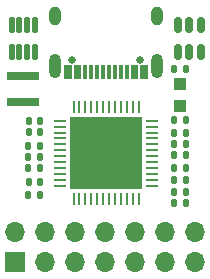
<source format=gbr>
%TF.GenerationSoftware,KiCad,Pcbnew,(6.0.0)*%
%TF.CreationDate,2022-03-30T08:27:14+08:00*%
%TF.ProjectId,USB2_Jtag_Bridge,55534232-5f4a-4746-9167-5f4272696467,rev?*%
%TF.SameCoordinates,Original*%
%TF.FileFunction,Soldermask,Top*%
%TF.FilePolarity,Negative*%
%FSLAX46Y46*%
G04 Gerber Fmt 4.6, Leading zero omitted, Abs format (unit mm)*
G04 Created by KiCad (PCBNEW (6.0.0)) date 2022-03-30 08:27:14*
%MOMM*%
%LPD*%
G01*
G04 APERTURE LIST*
G04 Aperture macros list*
%AMRoundRect*
0 Rectangle with rounded corners*
0 $1 Rounding radius*
0 $2 $3 $4 $5 $6 $7 $8 $9 X,Y pos of 4 corners*
0 Add a 4 corners polygon primitive as box body*
4,1,4,$2,$3,$4,$5,$6,$7,$8,$9,$2,$3,0*
0 Add four circle primitives for the rounded corners*
1,1,$1+$1,$2,$3*
1,1,$1+$1,$4,$5*
1,1,$1+$1,$6,$7*
1,1,$1+$1,$8,$9*
0 Add four rect primitives between the rounded corners*
20,1,$1+$1,$2,$3,$4,$5,0*
20,1,$1+$1,$4,$5,$6,$7,0*
20,1,$1+$1,$6,$7,$8,$9,0*
20,1,$1+$1,$8,$9,$2,$3,0*%
G04 Aperture macros list end*
%ADD10RoundRect,0.140000X-0.140000X-0.170000X0.140000X-0.170000X0.140000X0.170000X-0.140000X0.170000X0*%
%ADD11RoundRect,0.135000X0.135000X0.185000X-0.135000X0.185000X-0.135000X-0.185000X0.135000X-0.185000X0*%
%ADD12C,0.650000*%
%ADD13R,0.300000X1.150000*%
%ADD14O,1.000000X2.100000*%
%ADD15O,1.000000X1.600000*%
%ADD16RoundRect,0.140000X0.140000X0.170000X-0.140000X0.170000X-0.140000X-0.170000X0.140000X-0.170000X0*%
%ADD17R,2.700000X0.800000*%
%ADD18R,1.100000X1.050000*%
%ADD19R,1.700000X1.700000*%
%ADD20O,1.700000X1.700000*%
%ADD21RoundRect,0.147500X0.147500X0.172500X-0.147500X0.172500X-0.147500X-0.172500X0.147500X-0.172500X0*%
%ADD22RoundRect,0.135000X-0.135000X-0.185000X0.135000X-0.185000X0.135000X0.185000X-0.135000X0.185000X0*%
%ADD23RoundRect,0.150000X-0.150000X0.512500X-0.150000X-0.512500X0.150000X-0.512500X0.150000X0.512500X0*%
%ADD24RoundRect,0.125000X0.125000X-0.537500X0.125000X0.537500X-0.125000X0.537500X-0.125000X-0.537500X0*%
%ADD25RoundRect,0.062500X-0.062500X0.412500X-0.062500X-0.412500X0.062500X-0.412500X0.062500X0.412500X0*%
%ADD26RoundRect,0.062500X-0.412500X0.062500X-0.412500X-0.062500X0.412500X-0.062500X0.412500X0.062500X0*%
%ADD27R,6.200000X6.200000*%
G04 APERTURE END LIST*
D10*
%TO.C,C1*%
X147750000Y-82850000D03*
X148710000Y-82850000D03*
%TD*%
D11*
%TO.C,R5*%
X148740000Y-77870000D03*
X147720000Y-77870000D03*
%TD*%
D12*
%TO.C,J1*%
X144860000Y-71650001D03*
X139080000Y-71650001D03*
D13*
X145320000Y-72715001D03*
X144520000Y-72715001D03*
X143220000Y-72715001D03*
X142220000Y-72715001D03*
X141720000Y-72715001D03*
X140720000Y-72715001D03*
X139420000Y-72715001D03*
X138620000Y-72715001D03*
X138920000Y-72715001D03*
X139720000Y-72715001D03*
X140220000Y-72715001D03*
X141220000Y-72715001D03*
X142720000Y-72715001D03*
X143720000Y-72715001D03*
X144220000Y-72715001D03*
X145020000Y-72715001D03*
D14*
X137650000Y-72150001D03*
D15*
X137650000Y-67970001D03*
X146290000Y-67970001D03*
D14*
X146290000Y-72150001D03*
%TD*%
D16*
%TO.C,C3*%
X148710000Y-76780000D03*
X147750000Y-76780000D03*
%TD*%
D17*
%TO.C,L1*%
X134980000Y-73030000D03*
X134980000Y-75230000D03*
%TD*%
D10*
%TO.C,C16*%
X135440000Y-76866569D03*
X136400000Y-76866569D03*
%TD*%
D11*
%TO.C,R12*%
X136410000Y-80800000D03*
X135390000Y-80800000D03*
%TD*%
D18*
%TO.C,Y1*%
X148230000Y-75545000D03*
X148230000Y-73695000D03*
%TD*%
D10*
%TO.C,C2*%
X147750000Y-83770000D03*
X148710000Y-83770000D03*
%TD*%
D19*
%TO.C,J2*%
X134265000Y-88795000D03*
D20*
X134265000Y-86255000D03*
X136805000Y-88795000D03*
X136805000Y-86255000D03*
X139345000Y-88795000D03*
X139345000Y-86255000D03*
X141885000Y-88795000D03*
X141885000Y-86255000D03*
X144425000Y-88795000D03*
X144425000Y-86255000D03*
X146965000Y-88795000D03*
X146965000Y-86255000D03*
X149505000Y-88795000D03*
X149505000Y-86255000D03*
%TD*%
D21*
%TO.C,D1*%
X136387500Y-82010000D03*
X135417500Y-82010000D03*
%TD*%
D11*
%TO.C,R8*%
X148740000Y-79740000D03*
X147720000Y-79740000D03*
%TD*%
D22*
%TO.C,R14*%
X135390000Y-78920000D03*
X136410000Y-78920000D03*
%TD*%
D16*
%TO.C,C4*%
X148710000Y-72460000D03*
X147750000Y-72460000D03*
%TD*%
D23*
%TO.C,U2*%
X149970000Y-68692500D03*
X149020000Y-68692500D03*
X148070000Y-68692500D03*
X148070000Y-70967500D03*
X149020000Y-70967500D03*
X149970000Y-70967500D03*
%TD*%
D10*
%TO.C,C7*%
X147750000Y-81820000D03*
X148710000Y-81820000D03*
%TD*%
D22*
%TO.C,R13*%
X135390000Y-79850000D03*
X136410000Y-79850000D03*
%TD*%
D24*
%TO.C,U3*%
X133975000Y-70967500D03*
X134625000Y-70967500D03*
X135275000Y-70967500D03*
X135925000Y-70967500D03*
X135925000Y-68692500D03*
X135275000Y-68692500D03*
X134625000Y-68692500D03*
X133975000Y-68692500D03*
%TD*%
D11*
%TO.C,R7*%
X148740000Y-78810000D03*
X147720000Y-78810000D03*
%TD*%
D25*
%TO.C,U1*%
X144720000Y-75680000D03*
X144220000Y-75680000D03*
X143720000Y-75680000D03*
X143220000Y-75680000D03*
X142720000Y-75680000D03*
X142220000Y-75680000D03*
X141720000Y-75680000D03*
X141220000Y-75680000D03*
X140720000Y-75680000D03*
X140220000Y-75680000D03*
X139720000Y-75680000D03*
X139220000Y-75680000D03*
D26*
X138095000Y-76805000D03*
X138095000Y-77305000D03*
X138095000Y-77805000D03*
X138095000Y-78305000D03*
X138095000Y-78805000D03*
X138095000Y-79305000D03*
X138095000Y-79805000D03*
X138095000Y-80305000D03*
X138095000Y-80805000D03*
X138095000Y-81305000D03*
X138095000Y-81805000D03*
X138095000Y-82305000D03*
D25*
X139220000Y-83430000D03*
X139720000Y-83430000D03*
X140220000Y-83430000D03*
X140720000Y-83430000D03*
X141220000Y-83430000D03*
X141720000Y-83430000D03*
X142220000Y-83430000D03*
X142720000Y-83430000D03*
X143220000Y-83430000D03*
X143720000Y-83430000D03*
X144220000Y-83430000D03*
X144720000Y-83430000D03*
D26*
X145845000Y-82305000D03*
X145845000Y-81805000D03*
X145845000Y-81305000D03*
X145845000Y-80805000D03*
X145845000Y-80305000D03*
X145845000Y-79805000D03*
X145845000Y-79305000D03*
X145845000Y-78805000D03*
X145845000Y-78305000D03*
X145845000Y-77805000D03*
X145845000Y-77305000D03*
X145845000Y-76805000D03*
D27*
X141970000Y-79555000D03*
%TD*%
D22*
%TO.C,R6*%
X147720000Y-80800000D03*
X148740000Y-80800000D03*
%TD*%
%TO.C,R9*%
X135390000Y-83110000D03*
X136410000Y-83110000D03*
%TD*%
D10*
%TO.C,C17*%
X135440000Y-77796568D03*
X136400000Y-77796568D03*
%TD*%
M02*

</source>
